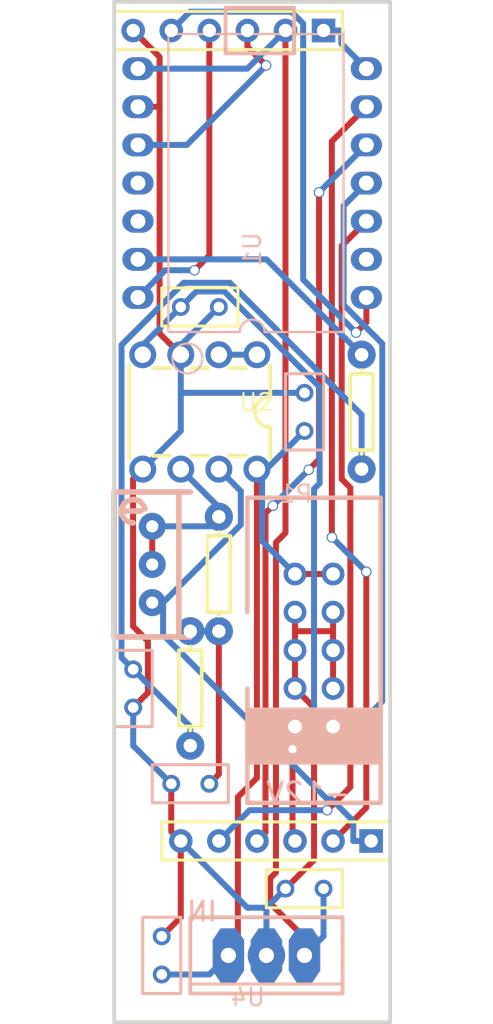
<source format=kicad_pcb>
(kicad_pcb (version 20171130) (host pcbnew "(5.1.5)-3") (page "A4") (layers (0 "F.Cu" signal) (31 "B.Cu" signal) (32 "B.Adhes" user) (33 "F.Adhes" user) (34 "B.Paste" user) (35 "F.Paste" user) (36 "B.SilkS" user) (37 "F.SilkS" user) (38 "B.Mask" user) (39 "F.Mask" user) (40 "Dwgs.User" user) (41 "Cmts.User" user) (42 "Eco1.User" user) (43 "Eco2.User" user) (44 "Edge.Cuts" user) (45 "Margin" user) (46 "B.CrtYd" user) (47 "F.CrtYd" user) (48 "B.Fab" user hide) (49 "F.Fab" user hide)) (net 0 "") (net 1 "-12V") (net 2 "12V") (net 3 "3V3") (net 4 "5V") (net 5 "C4_2") (net 6 "CHORD") (net 7 "CVIN") (net 8 "GND") (net 9 "INV") (net 10 "MODE_1") (net 11 "MODE_2") (net 12 "OUT") (net 13 "OUT_BUF") (net 14 "R7_2") (net 15 "TUNE") (net 16 "U2_1") (net 17 "U2_6") (net 18 "WAVE") (segment (start 21.59 134.112) (end 15.24 127.762) (width 0.4) (layer "B.Cu") (net 12)) (segment (start 15.24 127.762) (end 6.668 127.762) (width 0.4) (layer "B.Cu") (net 12)) (segment (start 19.292 164.448) (end 14.114 164.448) (width 0.4) (layer "B.Cu") (net 18)) (segment (start 14.114 164.448) (end 12.065 166.497) (width 0.4) (layer "B.Cu") (net 18)) (segment (start 15.671 144.167) (end 18.065 141.773) (width 0.4) (layer "B.Cu") (net 9)) (segment (start 21.908 120.142) (end 18.749 123.301) (width 0.4) (layer "B.Cu") (net 9)) (segment (start 8.89 112.522) (end 10.143 111.269) (width 0.4) (layer "B.Cu") (net 11)) (segment (start 10.143 111.269) (end 16.903 111.269) (width 0.4) (layer "B.Cu") (net 11)) (segment (start 16.903 111.269) (end 17.689 112.055) (width 0.4) (layer "B.Cu") (net 11)) (segment (start 17.689 112.055) (end 17.689 129.113) (width 0.4) (layer "B.Cu") (net 11)) (segment (start 17.689 129.113) (end 21.217 132.641) (width 0.4) (layer "B.Cu") (net 11)) (segment (start 6.668 130.302) (end 8.483 128.487) (width 0.4) (layer "B.Cu") (net 10)) (segment (start 8.483 128.487) (end 10.439 128.487) (width 0.4) (layer "B.Cu") (net 10)) (segment (start 16.98 160.381) (end 19.789 160.381) (width 0.4) (layer "B.Cu") (net 6)) (segment (start 19.789 160.381) (end 22.969 157.2) (width 0.4) (layer "B.Cu") (net 6)) (segment (start 22.969 157.2) (end 22.969 133.373) (width 0.4) (layer "B.Cu") (net 6)) (segment (start 22.969 133.373) (end 20.39 130.793) (width 0.4) (layer "B.Cu") (net 6)) (segment (start 20.39 130.793) (end 20.39 124.2) (width 0.4) (layer "B.Cu") (net 6)) (segment (start 20.39 124.2) (end 21.908 122.682) (width 0.4) (layer "B.Cu") (net 6)) (segment (start 6.668 120.142) (end 9.927 120.142) (width 0.4) (layer "B.Cu") (net 3)) (segment (start 9.927 120.142) (end 15.218 114.851) (width 0.4) (layer "B.Cu") (net 3)) (segment (start 21.904 148.571) (end 19.605 146.272) (width 0.4) (layer "B.Cu") (net 15)) (segment (start 19.05 112.522) (end 20.238 112.522) (width 0.4) (layer "B.Cu") (net 7)) (segment (start 20.238 112.522) (end 20.238 113.392) (width 0.4) (layer "B.Cu") (net 7)) (segment (start 20.238 113.392) (end 21.908 115.062) (width 0.4) (layer "B.Cu") (net 7)) (segment (start 12.065 152.527) (end 10.16 152.527) (width 0.4) (layer "B.Cu") (net 5)) (segment (start 7.62 145.542) (end 11.43 145.542) (width 0.4) (layer "B.Cu") (net 17)) (segment (start 11.43 145.542) (end 12.065 144.907) (width 0.4) (layer "B.Cu") (net 17)) (segment (start 9.525 141.733) (end 12.065 144.273) (width 0.4) (layer "B.Cu") (net 17)) (segment (start 12.065 144.273) (end 12.065 144.907) (width 0.4) (layer "B.Cu") (net 17)) (segment (start 12.065 134.113) (end 14.605 134.113) (width 0.4) (layer "B.Cu") (net 16)) (segment (start 14.95 141.733) (end 15.239 141.733) (width 0.4) (layer "B.Cu") (net 2)) (segment (start 15.239 141.733) (end 17.78 139.192) (width 0.4) (layer "B.Cu") (net 2)) (segment (start 14.605 141.733) (end 14.95 141.733) (width 0.4) (layer "B.Cu") (net 2)) (segment (start 14.95 141.733) (end 14.95 146.522) (width 0.4) (layer "B.Cu") (net 2)) (segment (start 14.95 146.522) (end 17.145 148.717) (width 0.4) (layer "B.Cu") (net 2)) (segment (start 8.255 175.387) (end 11.43 175.387) (width 0.4) (layer "B.Cu") (net 2)) (segment (start 11.43 175.387) (end 12.7 174.117) (width 0.4) (layer "B.Cu") (net 2)) (segment (start 17.78 174.117) (end 19.05 172.847) (width 0.4) (layer "B.Cu") (net 4)) (segment (start 19.05 172.847) (end 19.05 169.672) (width 0.4) (layer "B.Cu") (net 4)) (segment (start 16.51 112.522) (end 13.97 115.062) (width 0.4) (layer "B.Cu") (net 4)) (segment (start 13.97 115.062) (end 6.668 115.062) (width 0.4) (layer "B.Cu") (net 4)) (segment (start 15.24 170.942) (end 15.24 174.117) (width 0.4) (layer "B.Cu") (net 8)) (segment (start 16.51 169.672) (end 15.24 170.942) (width 0.4) (layer "B.Cu") (net 8)) (segment (start 9.525 166.497) (end 13.97 170.942) (width 0.4) (layer "B.Cu") (net 8)) (segment (start 13.97 170.942) (end 15.24 170.942) (width 0.4) (layer "B.Cu") (net 8)) (segment (start 9.525 136.652) (end 9.525 134.113) (width 0.4) (layer "B.Cu") (net 8)) (segment (start 6.985 141.733) (end 9.525 139.193) (width 0.4) (layer "B.Cu") (net 8)) (segment (start 9.525 139.193) (end 9.525 136.652) (width 0.4) (layer "B.Cu") (net 8)) (segment (start 17.78 136.652) (end 9.525 136.652) (width 0.4) (layer "B.Cu") (net 8)) (segment (start 6.35 157.607) (end 6.35 160.147) (width 0.4) (layer "B.Cu") (net 8)) (segment (start 6.35 160.147) (end 8.89 162.687) (width 0.4) (layer "B.Cu") (net 8)) (segment (start 9.525 134.113) (end 9.525 133.477) (width 0.4) (layer "B.Cu") (net 8)) (segment (start 9.525 133.477) (end 12.065 130.937) (width 0.4) (layer "B.Cu") (net 8)) (segment (start 18.415 158.877) (end 18.415 143.053) (width 0.4) (layer "B.Cu") (net 1)) (segment (start 18.415 143.053) (end 18.79 142.677) (width 0.4) (layer "B.Cu") (net 1)) (segment (start 18.79 142.677) (end 18.79 136.268) (width 0.4) (layer "B.Cu") (net 1)) (segment (start 18.79 136.268) (end 12.424 129.901) (width 0.4) (layer "B.Cu") (net 1)) (segment (start 12.424 129.901) (end 10.561 129.901) (width 0.4) (layer "B.Cu") (net 1)) (segment (start 10.561 129.901) (end 9.525 130.937) (width 0.4) (layer "B.Cu") (net 1)) (segment (start 18.415 158.877) (end 19.685 158.877) (width 0.4) (layer "B.Cu") (net 1)) (segment (start 17.145 158.877) (end 18.415 158.877) (width 0.4) (layer "B.Cu") (net 1)) (segment (start 6.985 134.113) (end 6.985 133.477) (width 0.4) (layer "B.Cu") (net 1)) (segment (start 6.985 133.477) (end 9.525 130.937) (width 0.4) (layer "B.Cu") (net 1)) (segment (start 21.59 141.732) (end 21.59 138.111) (width 0.4) (layer "B.Cu") (net 14)) (segment (start 21.59 138.111) (end 12.802 129.323) (width 0.4) (layer "B.Cu") (net 14)) (segment (start 12.802 129.323) (end 9.715 129.323) (width 0.4) (layer "B.Cu") (net 14)) (segment (start 9.715 129.323) (end 5.571 133.467) (width 0.4) (layer "B.Cu") (net 14)) (segment (start 5.571 133.467) (end 5.571 154.288) (width 0.4) (layer "B.Cu") (net 14)) (segment (start 5.571 154.288) (end 6.35 155.067) (width 0.4) (layer "B.Cu") (net 14)) (segment (start 6.35 155.067) (end 10.16 158.877) (width 0.4) (layer "B.Cu") (net 14)) (segment (start 10.16 158.877) (end 10.16 160.147) (width 0.4) (layer "B.Cu") (net 14)) (segment (start 21.037 166.497) (end 21.037 165.172) (width 0.4) (layer "B.Cu") (net 13)) (segment (start 21.037 165.172) (end 19.591 163.727) (width 0.4) (layer "B.Cu") (net 13)) (segment (start 19.591 163.727) (end 19.305 163.727) (width 0.4) (layer "B.Cu") (net 13)) (segment (start 19.305 163.727) (end 8.343 152.764) (width 0.4) (layer "B.Cu") (net 13)) (segment (start 8.343 152.764) (end 8.343 150.622) (width 0.4) (layer "B.Cu") (net 13)) (segment (start 8.343 150.622) (end 7.62 150.622) (width 0.4) (layer "B.Cu") (net 13)) (segment (start 12.065 141.733) (end 13.53 143.198) (width 0.4) (layer "B.Cu") (net 13)) (segment (start 13.53 143.198) (end 13.53 145.435) (width 0.4) (layer "B.Cu") (net 13)) (segment (start 13.53 145.435) (end 8.343 150.622) (width 0.4) (layer "B.Cu") (net 13)) (segment (start 22.225 166.497) (end 21.037 166.497) (width 0.4) (layer "B.Cu") (net 13)) (gr_line (start 5.08 110.617) (end 23.495 110.617) (width 0.254) (layer "Edge.Cuts")) (gr_line (start 23.495 110.617) (end 23.495 178.562) (width 0.254) (layer "Edge.Cuts")) (gr_line (start 23.495 178.562) (end 5.08 178.562) (width 0.254) (layer "Edge.Cuts")) (gr_line (start 5.08 178.562) (end 5.08 110.617) (width 0.254) (layer "Edge.Cuts")) (segment (start 21.908 125.222) (end 20.26 126.87) (width 0.4) (layer "F.Cu") (net 18)) (segment (start 20.26 126.87) (end 20.26 142.39) (width 0.4) (layer "F.Cu") (net 18)) (segment (start 20.26 142.39) (end 20.839 142.969) (width 0.4) (layer "F.Cu") (net 18)) (segment (start 20.839 142.969) (end 20.839 162.902) (width 0.4) (layer "F.Cu") (net 18)) (segment (start 20.839 162.902) (end 19.292 164.448) (width 0.4) (layer "F.Cu") (net 18)) (segment (start 14.605 166.497) (end 15.177 165.925) (width 0.4) (layer "F.Cu") (net 9)) (segment (start 15.177 165.925) (end 15.177 144.662) (width 0.4) (layer "F.Cu") (net 9)) (segment (start 15.177 144.662) (end 15.671 144.167) (width 0.4) (layer "F.Cu") (net 9)) (segment (start 18.065 141.773) (end 18.749 141.09) (width 0.4) (layer "F.Cu") (net 9)) (segment (start 18.749 141.09) (end 18.749 123.301) (width 0.4) (layer "F.Cu") (net 9)) (segment (start 21.217 132.641) (end 21.908 131.95) (width 0.4) (layer "F.Cu") (net 11)) (segment (start 21.908 131.95) (end 21.908 130.302) (width 0.4) (layer "F.Cu") (net 11)) (segment (start 11.43 112.522) (end 11.43 127.496) (width 0.4) (layer "F.Cu") (net 10)) (segment (start 11.43 127.496) (end 10.439 128.487) (width 0.4) (layer "F.Cu") (net 10)) (segment (start 16.98 160.381) (end 16.98 166.331) (width 0.4) (layer "F.Cu") (net 6)) (segment (start 16.98 166.331) (end 17.145 166.497) (width 0.4) (layer "F.Cu") (net 6)) (segment (start 13.97 112.522) (end 13.97 113.602) (width 0.4) (layer "F.Cu") (net 3)) (segment (start 13.97 113.602) (end 15.218 114.851) (width 0.4) (layer "F.Cu") (net 3)) (segment (start 19.685 166.497) (end 21.904 164.278) (width 0.4) (layer "F.Cu") (net 15)) (segment (start 21.904 164.278) (end 21.904 148.571) (width 0.4) (layer "F.Cu") (net 15)) (segment (start 19.605 146.272) (end 19.605 119.904) (width 0.4) (layer "F.Cu") (net 15)) (segment (start 19.605 119.904) (end 21.908 117.602) (width 0.4) (layer "F.Cu") (net 15)) (segment (start 11.43 162.687) (end 12.065 162.052) (width 0.4) (layer "F.Cu") (net 5)) (segment (start 12.065 162.052) (end 12.065 152.527) (width 0.4) (layer "F.Cu") (net 5)) (segment (start 7.62 145.542) (end 7.62 148.082) (width 0.4) (layer "F.Cu") (net 17)) (segment (start 14.605 141.733) (end 14.605 162.298) (width 0.4) (layer "F.Cu") (net 2)) (segment (start 14.605 162.298) (end 13.335 163.568) (width 0.4) (layer "F.Cu") (net 2)) (segment (start 13.335 163.568) (end 13.335 173.482) (width 0.4) (layer "F.Cu") (net 2)) (segment (start 13.335 173.482) (end 12.7 174.117) (width 0.4) (layer "F.Cu") (net 2)) (segment (start 19.685 148.717) (end 17.145 148.717) (width 0.4) (layer "F.Cu") (net 2)) (segment (start 17.78 174.117) (end 17.78 172.934) (width 0.4) (layer "F.Cu") (net 4)) (segment (start 17.78 172.934) (end 15.487 170.641) (width 0.4) (layer "F.Cu") (net 4)) (segment (start 15.487 170.641) (end 15.487 168.98) (width 0.4) (layer "F.Cu") (net 4)) (segment (start 15.487 168.98) (end 15.875 168.593) (width 0.4) (layer "F.Cu") (net 4)) (segment (start 15.875 168.593) (end 15.875 146.615) (width 0.4) (layer "F.Cu") (net 4)) (segment (start 15.875 146.615) (end 16.51 145.979) (width 0.4) (layer "F.Cu") (net 4)) (segment (start 16.51 145.979) (end 16.51 112.522) (width 0.4) (layer "F.Cu") (net 4)) (segment (start 6.985 141.733) (end 6.34 142.378) (width 0.4) (layer "F.Cu") (net 8)) (segment (start 6.34 142.378) (end 6.34 152.195) (width 0.4) (layer "F.Cu") (net 8)) (segment (start 6.34 152.195) (end 7.332 153.187) (width 0.4) (layer "F.Cu") (net 8)) (segment (start 7.332 153.187) (end 7.332 156.625) (width 0.4) (layer "F.Cu") (net 8)) (segment (start 7.332 156.625) (end 6.35 157.607) (width 0.4) (layer "F.Cu") (net 8)) (segment (start 8.112 117.602) (end 8.112 132.7) (width 0.4) (layer "F.Cu") (net 8)) (segment (start 8.112 132.7) (end 9.525 134.113) (width 0.4) (layer "F.Cu") (net 8)) (segment (start 6.35 112.522) (end 8.112 114.284) (width 0.4) (layer "F.Cu") (net 8)) (segment (start 8.112 114.284) (end 8.112 117.602) (width 0.4) (layer "F.Cu") (net 8)) (segment (start 8.112 117.602) (end 6.668 117.602) (width 0.4) (layer "F.Cu") (net 8)) (segment (start 8.255 172.847) (end 9.525 171.577) (width 0.4) (layer "F.Cu") (net 8)) (segment (start 9.525 171.577) (end 9.525 166.497) (width 0.4) (layer "F.Cu") (net 8)) (segment (start 8.89 162.687) (end 8.89 165.862) (width 0.4) (layer "F.Cu") (net 8)) (segment (start 8.89 165.862) (end 9.525 166.497) (width 0.4) (layer "F.Cu") (net 8)) (segment (start 17.145 156.337) (end 18.415 157.607) (width 0.4) (layer "F.Cu") (net 8)) (segment (start 18.415 157.607) (end 18.415 167.767) (width 0.4) (layer "F.Cu") (net 8)) (segment (start 18.415 167.767) (end 16.51 169.672) (width 0.4) (layer "F.Cu") (net 8)) (segment (start 17.145 153.797) (end 17.145 156.337) (width 0.4) (layer "F.Cu") (net 8)) (segment (start 17.145 152.527) (end 17.145 151.257) (width 0.4) (layer "F.Cu") (net 8)) (segment (start 17.145 153.797) (end 17.145 152.527) (width 0.4) (layer "F.Cu") (net 8)) (segment (start 19.685 152.527) (end 19.685 151.257) (width 0.4) (layer "F.Cu") (net 8)) (segment (start 19.685 153.797) (end 19.685 152.527) (width 0.4) (layer "F.Cu") (net 8)) (segment (start 19.685 152.527) (end 17.145 152.527) (width 0.4) (layer "F.Cu") (net 8)) (segment (start 19.685 156.337) (end 19.685 153.797) (width 0.4) (layer "F.Cu") (net 8)) (module "easyeda:HDR-F-2.54_1X6" (layer "F.Cu") (at 13.97 112.522 180) (fp_text value "HDR-F-2.54_1x6" (at 14.981 -4.153 0) (layer "F.Fab") hide (effects (font (size 1.143 1.143) (thickness 0.152)) (justify left))) (fp_text reference "H1" (at 1.016 -1.524 180) (layer "F.SilkS") hide (effects (font (size 1.143 1.143) (thickness 0.152)) (justify left))) (fp_line (start -4.445 -1.27) (end -6.35 -1.27) (width 0.203) (layer "F.SilkS")) (fp_line (start -6.35 -1.27) (end -6.35 1.27) (width 0.203) (layer "F.SilkS")) (fp_line (start -6.35 1.27) (end 8.89 1.27) (width 0.203) (layer "F.SilkS")) (fp_line (start 8.89 1.27) (end 8.89 -1.27) (width 0.203) (layer "F.SilkS")) (fp_line (start 8.89 -1.27) (end -4.445 -1.27) (width 0.203) (layer "F.SilkS")) (pad 6 thru_hole circle (at 7.62 0 180) (size 1.575 1.575) (layers "*.Cu" "*.Paste" "*.Mask") (drill 0.889) (net 8 "GND")) (pad 5 thru_hole circle (at 5.08 0 180) (size 1.575 1.575) (layers "*.Cu" "*.Paste" "*.Mask") (drill 0.889) (net 11 "MODE_2")) (pad 4 thru_hole circle (at 2.54 0 180) (size 1.575 1.575) (layers "*.Cu" "*.Paste" "*.Mask") (drill 0.889) (net 10 "MODE_1")) (pad 3 thru_hole circle (at 0 0 180) (size 1.575 1.575) (layers "*.Cu" "*.Paste" "*.Mask") (drill 0.889) (net 3 "3V3")) (pad 2 thru_hole circle (at -2.54 0 180) (size 1.575 1.575) (layers "*.Cu" "*.Paste" "*.Mask") (drill 0.889) (net 4 "5V")) (pad 1 thru_hole rect (at -5.08 0 180) (size 1.575 1.575) (layers "*.Cu" "*.Paste" "*.Mask") (drill 0.889) (net 7 "CVIN")) (fp_text user gge5da05769fc915aa6 (at 0 0) (layer "Cmts.User") (effects (font (size 1 1) (thickness 0.15))))) (module "easyeda:HDR-F-2.54_1X6" (layer "F.Cu") (at 17.145 166.497 180) (fp_text value "HDR-F-2.54_1x6" (at 14.981 -4.153 0) (layer "F.Fab") hide (effects (font (size 1.143 1.143) (thickness 0.152)) (justify left))) (fp_text reference "H2" (at 1.016 -1.524 180) (layer "F.SilkS") hide (effects (font (size 1.143 1.143) (thickness 0.152)) (justify left))) (fp_line (start -4.445 -1.27) (end -6.35 -1.27) (width 0.203) (layer "F.SilkS")) (fp_line (start -6.35 -1.27) (end -6.35 1.27) (width 0.203) (layer "F.SilkS")) (fp_line (start -6.35 1.27) (end 8.89 1.27) (width 0.203) (layer "F.SilkS")) (fp_line (start 8.89 1.27) (end 8.89 -1.27) (width 0.203) (layer "F.SilkS")) (fp_line (start 8.89 -1.27) (end -4.445 -1.27) (width 0.203) (layer "F.SilkS")) (pad 6 thru_hole circle (at 7.62 0 180) (size 1.575 1.575) (layers "*.Cu" "*.Paste" "*.Mask") (drill 0.889) (net 8 "GND")) (pad 5 thru_hole circle (at 5.08 0 180) (size 1.575 1.575) (layers "*.Cu" "*.Paste" "*.Mask") (drill 0.889) (net 18 "WAVE")) (pad 4 thru_hole circle (at 2.54 0 180) (size 1.575 1.575) (layers "*.Cu" "*.Paste" "*.Mask") (drill 0.889) (net 9 "INV")) (pad 3 thru_hole circle (at 0 0 180) (size 1.575 1.575) (layers "*.Cu" "*.Paste" "*.Mask") (drill 0.889) (net 6 "CHORD")) (pad 2 thru_hole circle (at -2.54 0 180) (size 1.575 1.575) (layers "*.Cu" "*.Paste" "*.Mask") (drill 0.889) (net 15 "TUNE")) (pad 1 thru_hole rect (at -5.08 0 180) (size 1.575 1.575) (layers "*.Cu" "*.Paste" "*.Mask") (drill 0.889) (net 13 "OUT_BUF")) (fp_text user gge6316b3fee7093dbf (at 0 0) (layer "Cmts.User") (effects (font (size 1 1) (thickness 0.15))))) (module "easyeda:RAD-0.1" (layer "F.Cu") (at 17.78 169.672) (fp_text value "100n" (at 3.175 -1.27 -90) (layer "F.Fab") (effects (font (size 1.143 1.143) (thickness 0.152)) (justify left))) (fp_text reference "C1" (at -0.229 -1.854 0) (layer "F.SilkS") hide (effects (font (size 1.143 1.143) (thickness 0.152)) (justify left))) (fp_line (start 2.537 -1.267) (end -2.543 -1.267) (width 0.201) (layer "F.SilkS")) (fp_line (start -2.543 -1.267) (end -2.543 1.273) (width 0.201) (layer "F.SilkS")) (fp_line (start -2.543 1.273) (end 2.537 1.273) (width 0.201) (layer "F.SilkS")) (fp_line (start 2.537 1.273) (end 2.537 -1.267) (width 0.201) (layer "F.SilkS")) (pad 1 thru_hole circle (at -1.27 0 0) (size 1.194 1.194) (layers "*.Cu" "*.Paste" "*.Mask") (drill 0.711) (net 8 "GND")) (pad 2 thru_hole circle (at 1.27 0 0) (size 1.194 1.194) (layers "*.Cu" "*.Paste" "*.Mask") (drill 0.711) (net 4 "5V")) (fp_text user gge18fac97246398514 (at 0 0) (layer "Cmts.User") (effects (font (size 1 1) (thickness 0.15))))) (module "easyeda:RAD-0.1" (layer "F.Cu") (at 10.795 130.937 180) (fp_text value "100n" (at 1.27 1.905 0) (layer "F.Fab") (effects (font (size 1.143 1.143) (thickness 0.152)) (justify left))) (fp_text reference "C6" (at -0.229 -1.854 180) (layer "F.SilkS") hide (effects (font (size 1.143 1.143) (thickness 0.152)) (justify left))) (fp_line (start 2.537 -1.267) (end -2.543 -1.267) (width 0.201) (layer "F.SilkS")) (fp_line (start -2.543 -1.267) (end -2.543 1.273) (width 0.201) (layer "F.SilkS")) (fp_line (start -2.543 1.273) (end 2.537 1.273) (width 0.201) (layer "F.SilkS")) (fp_line (start 2.537 1.273) (end 2.537 -1.267) (width 0.201) (layer "F.SilkS")) (pad 1 thru_hole circle (at -1.27 0 180) (size 1.194 1.194) (layers "*.Cu" "*.Paste" "*.Mask") (drill 0.711) (net 8 "GND")) (pad 2 thru_hole circle (at 1.27 0 180) (size 1.194 1.194) (layers "*.Cu" "*.Paste" "*.Mask") (drill 0.711) (net 1 "-12V")) (fp_text user gge32a8ddeea7f4b3ee (at 0 0) (layer "Cmts.User") (effects (font (size 1 1) (thickness 0.15))))) (module "easyeda:R_AXIAL-0.3" (layer "F.Cu") (at 10.16 156.337 90) (fp_text value "1k" (at -0.635 0.635 90) (layer "F.Fab") (effects (font (size 1.143 1.143) (thickness 0.152)) (justify left))) (fp_text reference "R8" (at 0 -1.27 90) (layer "F.SilkS") hide (effects (font (size 1.143 1.143) (thickness 0.152)) (justify left))) (fp_line (start -2.54 0) (end -2.794 0) (width 0.254) (layer "F.SilkS")) (fp_line (start 2.54 0) (end 2.794 0) (width 0.254) (layer "F.SilkS")) (fp_line (start -2.54 0) (end -2.54 -0.762) (width 0.254) (layer "F.SilkS")) (fp_line (start -2.54 0.762) (end -2.54 0) (width 0.254) (layer "F.SilkS")) (fp_line (start 2.54 0.762) (end -2.54 0.762) (width 0.254) (layer "F.SilkS")) (fp_line (start 2.54 0) (end 2.54 0.762) (width 0.254) (layer "F.SilkS")) (fp_line (start 2.54 -0.762) (end 2.54 0) (width 0.254) (layer "F.SilkS")) (fp_line (start -2.54 -0.762) (end 2.54 -0.762) (width 0.254) (layer "F.SilkS")) (pad 1 thru_hole circle (at -3.81 0 90) (size 1.88 1.88) (layers "*.Cu" "*.Paste" "*.Mask") (drill 0.899) (net 14 "R7_2")) (pad 2 thru_hole circle (at 3.81 0 90) (size 1.88 1.88) (layers "*.Cu" "*.Paste" "*.Mask") (drill 0.899) (net 5 "C4_2")) (fp_text user gge3a29f99b26678f0f (at 0 0) (layer "Cmts.User") (effects (font (size 1 1) (thickness 0.15))))) (module "easyeda:R_AXIAL-0.3" (layer "F.Cu") (at 12.065 148.717 90) (fp_text value "4.7k" (at 1.905 -0.635 -90) (layer "F.Fab") (effects (font (size 1.143 1.143) (thickness 0.152)) (justify left))) (fp_text reference "R11" (at 0 -1.27 90) (layer "F.SilkS") hide (effects (font (size 1.143 1.143) (thickness 0.152)) (justify left))) (fp_line (start -2.54 0) (end -2.794 0) (width 0.254) (layer "F.SilkS")) (fp_line (start 2.54 0) (end 2.794 0) (width 0.254) (layer "F.SilkS")) (fp_line (start -2.54 0) (end -2.54 -0.762) (width 0.254) (layer "F.SilkS")) (fp_line (start -2.54 0.762) (end -2.54 0) (width 0.254) (layer "F.SilkS")) (fp_line (start 2.54 0.762) (end -2.54 0.762) (width 0.254) (layer "F.SilkS")) (fp_line (start 2.54 0) (end 2.54 0.762) (width 0.254) (layer "F.SilkS")) (fp_line (start 2.54 -0.762) (end 2.54 0) (width 0.254) (layer "F.SilkS")) (fp_line (start -2.54 -0.762) (end 2.54 -0.762) (width 0.254) (layer "F.SilkS")) (pad 1 thru_hole circle (at -3.81 0 90) (size 1.88 1.88) (layers "*.Cu" "*.Paste" "*.Mask") (drill 0.899) (net 5 "C4_2")) (pad 2 thru_hole circle (at 3.81 0 90) (size 1.88 1.88) (layers "*.Cu" "*.Paste" "*.Mask") (drill 0.899) (net 17 "U2_6")) (fp_text user gged79cd313670e68b2 (at 0 0) (layer "Cmts.User") (effects (font (size 1 1) (thickness 0.15))))) (module "easyeda:R_AXIAL-0.3" (layer "F.Cu") (at 21.59 137.922 -90) (fp_text value "1k" (at -0.635 0.635 -90) (layer "F.Fab") (effects (font (size 1.143 1.143) (thickness 0.152)) (justify left))) (fp_text reference "R7" (at 0 -1.27 -90) (layer "F.SilkS") hide (effects (font (size 1.143 1.143) (thickness 0.152)) (justify left))) (fp_line (start -2.54 0) (end -2.794 0) (width 0.254) (layer "F.SilkS")) (fp_line (start 2.54 0) (end 2.794 0) (width 0.254) (layer "F.SilkS")) (fp_line (start -2.54 0) (end -2.54 -0.762) (width 0.254) (layer "F.SilkS")) (fp_line (start -2.54 0.762) (end -2.54 0) (width 0.254) (layer "F.SilkS")) (fp_line (start 2.54 0.762) (end -2.54 0.762) (width 0.254) (layer "F.SilkS")) (fp_line (start 2.54 0) (end 2.54 0.762) (width 0.254) (layer "F.SilkS")) (fp_line (start 2.54 -0.762) (end 2.54 0) (width 0.254) (layer "F.SilkS")) (fp_line (start -2.54 -0.762) (end 2.54 -0.762) (width 0.254) (layer "F.SilkS")) (pad 1 thru_hole circle (at -3.81 0 -90) (size 1.88 1.88) (layers "*.Cu" "*.Paste" "*.Mask") (drill 0.899) (net 12 "OUT")) (pad 2 thru_hole circle (at 3.81 0 -90) (size 1.88 1.88) (layers "*.Cu" "*.Paste" "*.Mask") (drill 0.899) (net 14 "R7_2")) (fp_text user ggeb7f33b23a78773c2 (at 0 0) (layer "Cmts.User") (effects (font (size 1 1) (thickness 0.15))))) (module "easyeda:PDIP-8_L10.2-W5.9-P2.54-LS7.6-BL" (layer "F.Cu") (at 10.795 137.923 180) (fp_text value "TL072IP" (at 6.317 -8.075 0) (layer "F.Fab") hide (effects (font (size 1.143 1.143) (thickness 0.152)) (justify left))) (fp_text reference "U2" (at -2.54 0.636 180) (layer "F.SilkS") (effects (font (size 1.143 1.143) (thickness 0.152)) (justify left))) (fp_circle (center -3.84 4.66) (end -3.64 4.66) (layer "Cmts.User") (width 0.4)) (fp_line (start -4.7 1.015) (end -4.7 3.113) (width 0.254) (layer "F.SilkS")) (fp_line (start -4.7 -1.017) (end -4.7 -3.113) (width 0.254) (layer "F.SilkS")) (fp_line (start 4.7 -3.113) (end 4.7 3.113) (width 0.254) (layer "F.SilkS")) (fp_line (start -3.111 -2.922) (end -1.969 -2.922) (width 0.254) (layer "F.SilkS")) (fp_line (start -0.571 -2.922) (end 0.571 -2.922) (width 0.254) (layer "F.SilkS")) (fp_line (start 1.969 -2.922) (end 3.111 -2.922) (width 0.254) (layer "F.SilkS")) (fp_line (start -3.113 2.92) (end -1.967 2.92) (width 0.254) (layer "F.SilkS")) (fp_line (start -0.573 2.92) (end 0.573 2.92) (width 0.254) (layer "F.SilkS")) (fp_line (start 1.967 2.92) (end 3.113 2.92) (width 0.254) (layer "F.SilkS")) (fp_arc (start -4.7 -0.001) (end -4.7 -1.017) (angle 180) (width 0.254) (layer "F.SilkS")) (pad 1 thru_hole circle (at -3.81 3.81 -90) (size 1.8 1.8) (layers "*.Cu" "*.Paste" "*.Mask") (drill 1.1) (net 16 "U2_1")) (pad 2 thru_hole circle (at -1.27 3.81 -90) (size 1.8 1.8) (layers "*.Cu" "*.Paste" "*.Mask") (drill 1.1) (net 16 "U2_1")) (pad 7 thru_hole circle (at -1.27 -3.81 -90) (size 1.8 1.8) (layers "*.Cu" "*.Paste" "*.Mask") (drill 1.1) (net 13 "OUT_BUF")) (pad 8 thru_hole circle (at -3.81 -3.81 -90) (size 1.8 1.8) (layers "*.Cu" "*.Paste" "*.Mask") (drill 1.1) (net 2 "12V")) (pad 3 thru_hole circle (at 1.27 3.81 -90) (size 1.8 1.8) (layers "*.Cu" "*.Paste" "*.Mask") (drill 1.1) (net 8 "GND")) (pad 4 thru_hole circle (at 3.81 3.81 -90) (size 1.8 1.8) (layers "*.Cu" "*.Paste" "*.Mask") (drill 1.1) (net 1 "-12V")) (pad 6 thru_hole circle (at 1.27 -3.81 -90) (size 1.8 1.8) (layers "*.Cu" "*.Paste" "*.Mask") (drill 1.1) (net 17 "U2_6")) (pad 5 thru_hole circle (at 3.81 -3.81 -90) (size 1.8 1.8) (layers "*.Cu" "*.Paste" "*.Mask") (drill 1.1) (net 8 "GND")) (fp_text user gge2b42986e29dc2289 (at 0 0) (layer "Cmts.User") (effects (font (size 1 1) (thickness 0.15))))) (module "easyeda:7805" (layer "F.Cu") (at 10.16 176.657 180) (fp_text value "7805" (at -9.017 -3.248 0) (layer "B.Fab") hide (effects (font (size 1.143 1.143) (thickness 0.152)) (justify left mirror))) (fp_text reference "U4" (at -5.08 -0.254 180) (layer "B.SilkS") (effects (font (size 1.143 1.143) (thickness 0.152)) (justify left mirror))) (fp_line (start 0 0.635) (end -10.16 0.635) (width 0.2) (layer "B.SilkS")) (fp_line (start 0 0) (end -10.16 0) (width 0.254) (layer "B.SilkS")) (fp_line (start -10.16 0) (end -10.16 5.08) (width 0.254) (layer "B.SilkS")) (fp_line (start -10.16 5.08) (end 0 5.08) (width 0.254) (layer "B.SilkS")) (fp_line (start 0 5.08) (end 0 0) (width 0.254) (layer "B.SilkS")) (fp_text value "O" (at -7.112 5.334 180) (layer "B.SilkS") (effects (font (size 1.3 1.3) (thickness 0.203)) (justify left mirror))) (fp_text value "-" (at -4.572 4.953 180) (layer "B.SilkS") (effects (font (size 1.3 1.3) (thickness 0.203)) (justify left mirror))) (fp_text value "IN" (at -1.905 5.461 180) (layer "B.SilkS") (effects (font (size 1.3 1.3) (thickness 0.203)) (justify left mirror))) (pad 2 thru_hole custom (at -5.08 2.54 180) (size 2.5 3.5) (layers "*.Cu" "*.Paste" "*.Mask") (drill 1.016) (net 8 "GND") (primitives (gr_poly (pts (xy 1 -1) (xy 0.5 -1.75) (xy -0.5 -1.75) (xy -1 -1) (xy -1 1) (xy -0.5 1.75) (xy 0.5 1.75) (xy 1 1)) (width 0.1)))) (pad 3 thru_hole custom (at -7.62 2.54 180) (size 2 3.5) (layers "*.Cu" "*.Paste" "*.Mask") (drill 1.016) (net 4 "5V") (primitives (gr_poly (pts (xy 1 -1) (xy 0.5 -1.75) (xy -0.5 -1.75) (xy -1 -1) (xy -1 1) (xy -0.5 1.75) (xy 0.5 1.75) (xy 1 1)) (width 0.1)))) (pad 1 thru_hole custom (at -2.54 2.54 180) (size 2 3.5) (layers "*.Cu" "*.Paste" "*.Mask") (drill 1.016) (net 2 "12V") (primitives (gr_poly (pts (xy 1 -1) (xy 0.5 -1.75) (xy -0.5 -1.75) (xy -1 -1) (xy -1 1) (xy -0.5 1.75) (xy 0.5 1.75) (xy 1 1)) (width 0.1)))) (fp_text user gge39084e7f5fad8e6c (at 0 0) (layer "Cmts.User") (effects (font (size 1 1) (thickness 0.15))))) (module "easyeda:RP2040_XIAO" (layer "F.Cu") (at 14.288 122.682 -90) (fp_text value rp2040_xiao (at -9.83 -11.318 90) (layer "B.Fab") hide (effects (font (size 1.143 1.143) (thickness 0.152)) (justify left mirror))) (fp_text reference "U1" (at 3.175 0 -90) (layer "B.SilkS") (effects (font (size 1.143 1.143) (thickness 0.152)) (justify left mirror))) (fp_line (start 9.921 0.825) (end 9.921 5.588) (width 0.152) (layer "B.SilkS")) (fp_line (start 9.921 5.588) (end -9.921 5.588) (width 0.152) (layer "B.SilkS")) (fp_line (start -9.921 5.588) (end -9.921 -6.096) (width 0.152) (layer "B.SilkS")) (fp_line (start -9.921 -6.096) (end 9.921 -6.096) (width 0.152) (layer "B.SilkS")) (fp_line (start 9.921 -6.096) (end 9.921 -0.825) (width 0.152) (layer "B.SilkS")) (fp_arc (start 9.921 0) (end 9.921 0.825) (angle 180) (width 0.152) (layer "B.SilkS")) (fp_circle (center 11.684 4.318) (end 12.684 4.318) (layer "B.SilkS") (width 0.15)) (fp_line (start -8.636 -2.794) (end -11.684 -2.794) (width 0.254) (layer "B.SilkS")) (fp_line (start -11.684 -2.794) (end -11.684 1.778) (width 0.254) (layer "B.SilkS")) (fp_line (start -11.684 1.778) (end -8.636 1.778) (width 0.254) (layer "B.SilkS")) (fp_line (start -8.636 1.778) (end -8.636 -2.794) (width 0.254) (layer "B.SilkS")) (pad 1 thru_hole oval (at 7.62 7.62 -90) (size 1.524 2.087) (layers "*.Cu" "*.Paste" "*.Mask") (drill 1) (net 10 "MODE_1")) (pad 14 thru_hole oval (at 7.62 -7.62 -90) (size 1.524 2.087) (layers "*.Cu" "*.Paste" "*.Mask") (drill 1) (net 11 "MODE_2")) (pad 2 thru_hole oval (at 5.08 7.62 -90) (size 1.524 2.087) (layers "*.Cu" "*.Paste" "*.Mask") (drill 1) (net 12 "OUT")) (pad 13 thru_hole oval (at 5.08 -7.62 -90) (size 1.524 2.087) (layers "*.Cu" "*.Paste" "*.Mask") (drill 1)) (pad 3 thru_hole oval (at 2.54 7.62 -90) (size 1.524 2.087) (layers "*.Cu" "*.Paste" "*.Mask") (drill 1)) (pad 12 thru_hole oval (at 2.54 -7.62 -90) (size 1.524 2.087) (layers "*.Cu" "*.Paste" "*.Mask") (drill 1) (net 18 "WAVE")) (pad 4 thru_hole oval (at 0 7.62 -90) (size 1.524 2.087) (layers "*.Cu" "*.Paste" "*.Mask") (drill 1)) (pad 11 thru_hole oval (at 0 -7.62 -90) (size 1.524 2.087) (layers "*.Cu" "*.Paste" "*.Mask") (drill 1) (net 6 "CHORD")) (pad 5 thru_hole oval (at -2.54 7.62 -90) (size 1.524 2.087) (layers "*.Cu" "*.Paste" "*.Mask") (drill 1) (net 3 "3V3")) (pad 10 thru_hole oval (at -2.54 -7.62 -90) (size 1.524 2.087) (layers "*.Cu" "*.Paste" "*.Mask") (drill 1) (net 9 "INV")) (pad 6 thru_hole oval (at -5.08 7.62 -90) (size 1.524 2.087) (layers "*.Cu" "*.Paste" "*.Mask") (drill 1) (net 8 "GND")) (pad 9 thru_hole oval (at -5.08 -7.62 -90) (size 1.524 2.087) (layers "*.Cu" "*.Paste" "*.Mask") (drill 1) (net 15 "TUNE")) (pad 7 thru_hole oval (at -7.62 7.62 -90) (size 1.524 2.087) (layers "*.Cu" "*.Paste" "*.Mask") (drill 1) (net 4 "5V")) (pad 8 thru_hole oval (at -7.62 -7.62 -90) (size 1.524 2.087) (layers "*.Cu" "*.Paste" "*.Mask") (drill 1) (net 7 "CVIN")) (fp_text user gge84eb7c6c6321bc06 (at 0 0) (layer "Cmts.User") (effects (font (size 1 1) (thickness 0.15))))) (module "easyeda:RAD-0.1" (layer "F.Cu") (at 17.78 137.922 90) (fp_text value "100n" (at 1.905 -1.905 90) (layer "B.Fab") (effects (font (size 1.143 1.143) (thickness 0.152)) (justify left mirror))) (fp_text reference "C7" (at 0.229 -1.854 90) (layer "B.SilkS") hide (effects (font (size 1.143 1.143) (thickness 0.152)) (justify left mirror))) (fp_line (start -2.537 -1.267) (end 2.543 -1.267) (width 0.201) (layer "B.SilkS")) (fp_line (start 2.543 -1.267) (end 2.543 1.273) (width 0.201) (layer "B.SilkS")) (fp_line (start 2.543 1.273) (end -2.537 1.273) (width 0.201) (layer "B.SilkS")) (fp_line (start -2.537 1.273) (end -2.537 -1.267) (width 0.201) (layer "B.SilkS")) (pad 1 thru_hole circle (at 1.27 0 90) (size 1.194 1.194) (layers "*.Cu" "*.Paste" "*.Mask") (drill 0.711) (net 8 "GND")) (pad 2 thru_hole circle (at -1.27 0 90) (size 1.194 1.194) (layers "*.Cu" "*.Paste" "*.Mask") (drill 0.711) (net 2 "12V")) (fp_text user gge06111169c2e66aad (at 0 0) (layer "Cmts.User") (effects (font (size 1 1) (thickness 0.15))))) (module "easyeda:RAD-0.1" (layer "F.Cu") (at 8.255 174.117 90) (fp_text value "100n" (at 1.499 -1.727 90) (layer "B.Fab") (effects (font (size 1.143 1.143) (thickness 0.152)) (justify left mirror))) (fp_text reference "C2" (at 0.229 -1.854 90) (layer "B.SilkS") hide (effects (font (size 1.143 1.143) (thickness 0.152)) (justify left mirror))) (fp_line (start -2.537 -1.267) (end 2.543 -1.267) (width 0.201) (layer "B.SilkS")) (fp_line (start 2.543 -1.267) (end 2.543 1.273) (width 0.201) (layer "B.SilkS")) (fp_line (start 2.543 1.273) (end -2.537 1.273) (width 0.201) (layer "B.SilkS")) (fp_line (start -2.537 1.273) (end -2.537 -1.267) (width 0.201) (layer "B.SilkS")) (pad 1 thru_hole circle (at 1.27 0 90) (size 1.194 1.194) (layers "*.Cu" "*.Paste" "*.Mask") (drill 0.711) (net 8 "GND")) (pad 2 thru_hole circle (at -1.27 0 90) (size 1.194 1.194) (layers "*.Cu" "*.Paste" "*.Mask") (drill 0.711) (net 2 "12V")) (fp_text user ggebabd84214ada48f6 (at 0 0) (layer "Cmts.User") (effects (font (size 1 1) (thickness 0.15))))) (module "easyeda:RAD-0.1" (layer "F.Cu") (at 6.35 156.337 -90) (fp_text value "10n" (at -0.975 -2.487 90) (layer "B.Fab") (effects (font (size 1.143 1.143) (thickness 0.152)) (justify left mirror))) (fp_text reference "C3" (at 0.229 -1.854 -90) (layer "B.SilkS") hide (effects (font (size 1.143 1.143) (thickness 0.152)) (justify left mirror))) (fp_line (start -2.537 -1.267) (end 2.543 -1.267) (width 0.201) (layer "B.SilkS")) (fp_line (start 2.543 -1.267) (end 2.543 1.273) (width 0.201) (layer "B.SilkS")) (fp_line (start 2.543 1.273) (end -2.537 1.273) (width 0.201) (layer "B.SilkS")) (fp_line (start -2.537 1.273) (end -2.537 -1.267) (width 0.201) (layer "B.SilkS")) (pad 1 thru_hole circle (at 1.27 0 -90) (size 1.194 1.194) (layers "*.Cu" "*.Paste" "*.Mask") (drill 0.711) (net 8 "GND")) (pad 2 thru_hole circle (at -1.27 0 -90) (size 1.194 1.194) (layers "*.Cu" "*.Paste" "*.Mask") (drill 0.711) (net 14 "R7_2")) (fp_text user gge9e35dc8ac9184927 (at 0 0) (layer "Cmts.User") (effects (font (size 1 1) (thickness 0.15))))) (module "easyeda:RAD-0.1" (layer "F.Cu") (at 10.16 162.687 180) (fp_text value "10n" (at 2.54 1.27 90) (layer "B.Fab") (effects (font (size 1.143 1.143) (thickness 0.152)) (justify left mirror))) (fp_text reference "C4" (at 0.229 -1.854 180) (layer "B.SilkS") hide (effects (font (size 1.143 1.143) (thickness 0.152)) (justify left mirror))) (fp_line (start -2.537 -1.267) (end 2.543 -1.267) (width 0.201) (layer "B.SilkS")) (fp_line (start 2.543 -1.267) (end 2.543 1.273) (width 0.201) (layer "B.SilkS")) (fp_line (start 2.543 1.273) (end -2.537 1.273) (width 0.201) (layer "B.SilkS")) (fp_line (start -2.537 1.273) (end -2.537 -1.267) (width 0.201) (layer "B.SilkS")) (pad 1 thru_hole circle (at 1.27 0 180) (size 1.194 1.194) (layers "*.Cu" "*.Paste" "*.Mask") (drill 0.711) (net 8 "GND")) (pad 2 thru_hole circle (at -1.27 0 180) (size 1.194 1.194) (layers "*.Cu" "*.Paste" "*.Mask") (drill 0.711) (net 5 "C4_2")) (fp_text user gge8d605ae394b776f7 (at 0 0) (layer "Cmts.User") (effects (font (size 1 1) (thickness 0.15))))) (module "easyeda:EURORACK SHROUDED POWER 10 PIN" (layer "F.Cu") (at 18.415 153.797) (fp_text value "POWER" (at 0 -12.192 0) (layer "B.Fab") hide (effects (font (size 1.143 1.143) (thickness 0.152)) (justify left mirror))) (fp_text reference "P1" (at 0 -10.414 0) (layer "B.SilkS") (effects (font (size 1.143 1.143) (thickness 0.152)) (justify left mirror))) (fp_line (start -4.445 -2.54) (end -4.445 -10.16) (width 0.3) (layer "B.SilkS")) (fp_line (start -4.445 -10.16) (end 4.445 -10.16) (width 0.3) (layer "B.SilkS")) (fp_line (start 4.445 -10.16) (end 4.445 10.16) (width 0.3) (layer "B.SilkS")) (fp_line (start 4.445 10.16) (end -4.445 10.16) (width 0.3) (layer "B.SilkS")) (fp_line (start -4.445 10.16) (end -4.445 2.54) (width 0.3) (layer "B.SilkS")) (fp_poly (pts (xy 4.445 3.81) (xy -4.445 3.81) (xy -4.445 7.62) (xy 4.445 7.62) (xy 4.445 3.81)) (layer "B.SilkS") (width 0)) (fp_text value "-12V" (at 2.54 9.525 0) (layer "B.SilkS") (effects (font (size 1.4 1.4) (thickness 0.203)) (justify left mirror))) (pad 1 thru_hole circle (at 1.27 -5.08 0) (size 1.524 1.524) (layers "*.Cu" "*.Paste" "*.Mask") (drill 0.914) (net 2 "12V")) (pad 1 thru_hole circle (at -1.27 -5.08 0) (size 1.524 1.524) (layers "*.Cu" "*.Paste" "*.Mask") (drill 0.914) (net 2 "12V")) (pad 2 thru_hole circle (at -1.27 -2.54 0) (size 1.524 1.524) (layers "*.Cu" "*.Paste" "*.Mask") (drill 0.914) (net 8 "GND")) (pad 2 thru_hole circle (at 1.27 -2.54 0) (size 1.524 1.524) (layers "*.Cu" "*.Paste" "*.Mask") (drill 0.914) (net 8 "GND")) (pad 3 thru_hole circle (at 1.27 0 0) (size 1.524 1.524) (layers "*.Cu" "*.Paste" "*.Mask") (drill 0.914) (net 8 "GND")) (pad 3 thru_hole circle (at -1.27 0 0) (size 1.524 1.524) (layers "*.Cu" "*.Paste" "*.Mask") (drill 0.914) (net 8 "GND")) (pad 4 thru_hole circle (at -1.27 2.54 0) (size 1.524 1.524) (layers "*.Cu" "*.Paste" "*.Mask") (drill 0.914) (net 8 "GND")) (pad 4 thru_hole circle (at 1.27 2.54 0) (size 1.524 1.524) (layers "*.Cu" "*.Paste" "*.Mask") (drill 0.914) (net 8 "GND")) (pad 5 thru_hole circle (at 1.27 5.08 0) (size 1.524 1.524) (layers "*.Cu" "*.Paste" "*.Mask") (drill 0.914) (net 1 "-12V")) (pad 5 thru_hole circle (at -1.27 5.08 0) (size 1.524 1.524) (layers "*.Cu" "*.Paste" "*.Mask") (drill 0.914) (net 1 "-12V")) (fp_text user gge9103a479b1904235 (at 0 0) (layer "Cmts.User") (effects (font (size 1 1) (thickness 0.15))))) (module "easyeda:TRIMPOT-ELETROCURSOS-FOOTPRINT" (layer "F.Cu") (at 7.62 148.082 180) (fp_text value "10k" (at 1.016 -0.127 90) (layer "B.Fab") (effects (font (size 1.143 1.143) (thickness 0.152)) (justify left mirror))) (fp_text reference "R9" (at 0 -5.08 180) (layer "B.SilkS") hide (effects (font (size 1.143 1.143) (thickness 0.152)) (justify left mirror))) (fp_line (start 2.032 3.556) (end 0.762 3.556) (width 0.381) (layer "B.SilkS")) (fp_line (start 1.283 2.769) (end 1.537 2.807) (width 0.381) (layer "B.SilkS")) (fp_line (start 1.537 2.807) (end 1.816 2.984) (width 0.381) (layer "B.SilkS")) (fp_line (start 1.816 2.984) (end 2.032 3.302) (width 0.381) (layer "B.SilkS")) (fp_line (start 2.032 3.302) (end 2.045 3.746) (width 0.381) (layer "B.SilkS")) (fp_line (start 2.045 3.746) (end 1.842 4.102) (width 0.381) (layer "B.SilkS")) (fp_line (start 1.842 4.102) (end 1.549 4.28) (width 0.381) (layer "B.SilkS")) (fp_line (start 1.549 4.28) (end 1.232 4.331) (width 0.381) (layer "B.SilkS")) (fp_line (start 1.232 4.331) (end 0.826 4.229) (width 0.381) (layer "B.SilkS")) (fp_line (start 0.826 4.229) (end 0.572 3.886) (width 0.381) (layer "B.SilkS")) (fp_line (start 0.572 3.886) (end 0.483 3.708) (width 0.381) (layer "B.SilkS")) (fp_line (start -1.778 -4.826) (end -1.778 4.826) (width 0.381) (layer "B.SilkS")) (fp_line (start 1.27 4.826) (end 2.54 4.826) (width 0.381) (layer "B.SilkS")) (fp_line (start 2.54 4.826) (end 2.54 -4.826) (width 0.381) (layer "B.SilkS")) (fp_line (start 2.54 -4.826) (end -2.54 -4.826) (width 0.381) (layer "B.SilkS")) (fp_line (start -2.54 4.826) (end 0 4.826) (width 0.381) (layer "B.SilkS")) (fp_line (start 0 4.826) (end 1.27 4.826) (width 0.381) (layer "B.SilkS")) (pad 2 thru_hole circle (at 0 0 180) (size 1.8 1.8) (layers "*.Cu" "*.Paste" "*.Mask") (drill 0.813) (net 17 "U2_6")) (pad 3 thru_hole circle (at 0 -2.54 180) (size 1.8 1.8) (layers "*.Cu" "*.Paste" "*.Mask") (drill 0.813) (net 13 "OUT_BUF")) (pad 1 thru_hole circle (at 0 2.54 180) (size 1.8 1.8) (layers "*.Cu" "*.Paste" "*.Mask") (drill 0.813) (net 17 "U2_6")) (fp_text user gge1cf7bdd92e25f3ba (at 0 0) (layer "Cmts.User") (effects (font (size 1 1) (thickness 0.15))))) (via (at 19.292 164.448) (size 0.7) (drill 0.55) (layers "F.Cu" "B.Cu") (net 18)) (via (at 18.749 123.301) (size 0.7) (drill 0.55) (layers "F.Cu" "B.Cu") (net 9)) (via (at 18.065 141.773) (size 0.7) (drill 0.55) (layers "F.Cu" "B.Cu") (net 9)) (via (at 15.671 144.167) (size 0.7) (drill 0.55) (layers "F.Cu" "B.Cu") (net 9)) (via (at 21.217 132.641) (size 0.7) (drill 0.55) (layers "F.Cu" "B.Cu") (net 11)) (via (at 10.439 128.487) (size 0.7) (drill 0.55) (layers "F.Cu" "B.Cu") (net 10)) (via (at 16.98 160.381) (size 0.7) (drill 0.55) (layers "F.Cu" "B.Cu") (net 6)) (via (at 15.218 114.851) (size 0.7) (drill 0.55) (layers "F.Cu" "B.Cu") (net 3)) (via (at 19.605 146.272) (size 0.7) (drill 0.55) (layers "F.Cu" "B.Cu") (net 15)) (via (at 21.904 148.571) (size 0.7) (drill 0.55) (layers "F.Cu" "B.Cu") (net 15)))
</source>
